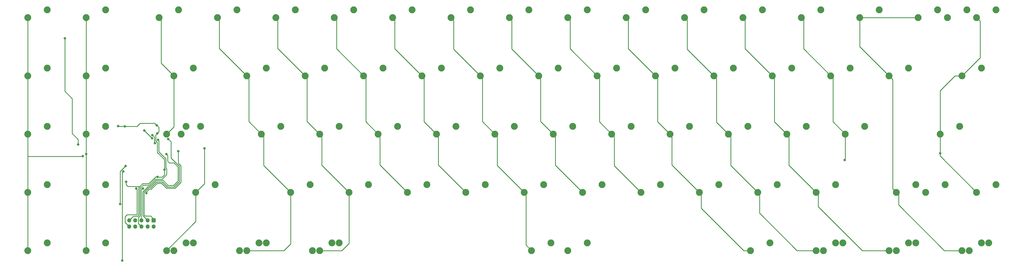
<source format=gbr>
%TF.GenerationSoftware,KiCad,Pcbnew,(6.0.7)*%
%TF.CreationDate,2022-08-26T18:50:00-04:00*%
%TF.ProjectId,thocc-master,74686f63-632d-46d6-9173-7465722e6b69,rev?*%
%TF.SameCoordinates,Original*%
%TF.FileFunction,Copper,L1,Top*%
%TF.FilePolarity,Positive*%
%FSLAX46Y46*%
G04 Gerber Fmt 4.6, Leading zero omitted, Abs format (unit mm)*
G04 Created by KiCad (PCBNEW (6.0.7)) date 2022-08-26 18:50:00*
%MOMM*%
%LPD*%
G01*
G04 APERTURE LIST*
%TA.AperFunction,ComponentPad*%
%ADD10C,2.250000*%
%TD*%
%TA.AperFunction,ComponentPad*%
%ADD11R,1.350000X1.350000*%
%TD*%
%TA.AperFunction,ComponentPad*%
%ADD12O,1.350000X1.350000*%
%TD*%
%TA.AperFunction,ViaPad*%
%ADD13C,0.800000*%
%TD*%
%TA.AperFunction,Conductor*%
%ADD14C,0.250000*%
%TD*%
G04 APERTURE END LIST*
D10*
%TO.P,MX53,1,COL*%
%TO.N,Col2*%
X244264500Y-136787000D03*
%TO.P,MX53,2,ROW*%
%TO.N,Net-(D53-Pad2)*%
X250614500Y-134247000D03*
%TD*%
%TO.P,MX76,1,COL*%
%TO.N,Col7*%
X365708250Y-155837000D03*
%TO.P,MX76,2,ROW*%
%TO.N,Net-(D75-Pad2)*%
X372058250Y-153297000D03*
%TD*%
%TO.P,MX75,1,COL*%
%TO.N,Col7*%
X353802000Y-155837000D03*
%TO.P,MX75,2,ROW*%
%TO.N,Net-(D75-Pad2)*%
X360152000Y-153297000D03*
%TD*%
%TO.P,MX50,1,COL*%
%TO.N,Col15*%
X487152000Y-117737000D03*
%TO.P,MX50,2,ROW*%
%TO.N,Net-(D50-Pad2)*%
X493502000Y-115197000D03*
%TD*%
%TO.P,MX17,1,COL*%
%TO.N,Col15*%
X489533250Y-79637000D03*
%TO.P,MX17,2,ROW*%
%TO.N,Net-(D16-Pad2)*%
X495883250Y-77097000D03*
%TD*%
%TO.P,MX65,1,COL*%
%TO.N,Col14*%
X482389500Y-136787000D03*
%TO.P,MX65,2,ROW*%
%TO.N,Net-(D64-Pad2)*%
X488739500Y-134247000D03*
%TD*%
%TO.P,MX30,1,COL*%
%TO.N,Col11*%
X413333250Y-98687000D03*
%TO.P,MX30,2,ROW*%
%TO.N,Net-(D30-Pad2)*%
X419683250Y-96147000D03*
%TD*%
%TO.P,MX42,1,COL*%
%TO.N,Col6*%
X322845750Y-117737000D03*
%TO.P,MX42,2,ROW*%
%TO.N,Net-(D42-Pad2)*%
X329195750Y-115197000D03*
%TD*%
%TO.P,MX44,1,COL*%
%TO.N,Col8*%
X360945750Y-117737000D03*
%TO.P,MX44,2,ROW*%
%TO.N,Net-(D44-Pad2)*%
X367295750Y-115197000D03*
%TD*%
%TO.P,MX78,1,COL*%
%TO.N,Col11*%
X446670750Y-155837000D03*
%TO.P,MX78,2,ROW*%
%TO.N,Net-(D78-Pad2)*%
X453020750Y-153297000D03*
%TD*%
%TO.P,MX70,1,COL*%
%TO.N,Col2*%
X237120750Y-155837000D03*
%TO.P,MX70,2,ROW*%
%TO.N,Net-(D69-Pad2)*%
X243470750Y-153297000D03*
%TD*%
%TO.P,MX41,1,COL*%
%TO.N,Col5*%
X303795750Y-117737000D03*
%TO.P,MX41,2,ROW*%
%TO.N,Net-(D41-Pad2)*%
X310145750Y-115197000D03*
%TD*%
%TO.P,MX34,1,COL*%
%TO.N,Col15*%
X494295750Y-98687000D03*
%TO.P,MX34,2,ROW*%
%TO.N,Net-(D34-Pad2)*%
X500645750Y-96147000D03*
%TD*%
%TO.P,MX11,1,COL*%
%TO.N,Col10*%
X384758250Y-79637000D03*
%TO.P,MX11,2,ROW*%
%TO.N,Net-(D11-Pad2)*%
X391108250Y-77097000D03*
%TD*%
%TO.P,MX72,1,COL*%
%TO.N,Col3*%
X260933250Y-155837000D03*
%TO.P,MX72,2,ROW*%
%TO.N,Net-(D71-Pad2)*%
X267283250Y-153297000D03*
%TD*%
%TO.P,MX43,1,COL*%
%TO.N,Col7*%
X341895750Y-117737000D03*
%TO.P,MX43,2,ROW*%
%TO.N,Net-(D43-Pad2)*%
X348245750Y-115197000D03*
%TD*%
%TO.P,MX71,1,COL*%
%TO.N,Col3*%
X258552000Y-155837000D03*
%TO.P,MX71,2,ROW*%
%TO.N,Net-(D71-Pad2)*%
X264902000Y-153297000D03*
%TD*%
%TO.P,MX52,1,COL*%
%TO.N,Col1*%
X208545750Y-136787000D03*
%TO.P,MX52,2,ROW*%
%TO.N,Net-(D52-Pad2)*%
X214895750Y-134247000D03*
%TD*%
%TO.P,MX57,1,COL*%
%TO.N,Col6*%
X332370750Y-136787000D03*
%TO.P,MX57,2,ROW*%
%TO.N,Net-(D57-Pad2)*%
X338720750Y-134247000D03*
%TD*%
%TO.P,MX18,1,COL*%
%TO.N,Col15*%
X499058250Y-79637000D03*
%TO.P,MX18,2,ROW*%
%TO.N,Net-(D17-Pad2)*%
X505408250Y-77097000D03*
%TD*%
%TO.P,MX40,1,COL*%
%TO.N,Col4*%
X284745750Y-117737000D03*
%TO.P,MX40,2,ROW*%
%TO.N,Net-(D40-Pad2)*%
X291095750Y-115197000D03*
%TD*%
%TO.P,MX15,1,COL*%
%TO.N,Col14*%
X460958250Y-79637000D03*
%TO.P,MX15,2,ROW*%
%TO.N,Net-(D15-Pad2)*%
X467308250Y-77097000D03*
%TD*%
%TO.P,MX26,1,COL*%
%TO.N,Col7*%
X337133250Y-98687000D03*
%TO.P,MX26,2,ROW*%
%TO.N,Net-(D26-Pad2)*%
X343483250Y-96147000D03*
%TD*%
%TO.P,MX39,1,COL*%
%TO.N,Col3*%
X265695750Y-117737000D03*
%TO.P,MX39,2,ROW*%
%TO.N,Net-(D39-Pad2)*%
X272045750Y-115197000D03*
%TD*%
%TO.P,MX7,1,COL*%
%TO.N,Col6*%
X308558250Y-79637000D03*
%TO.P,MX7,2,ROW*%
%TO.N,Net-(D7-Pad2)*%
X314908250Y-77097000D03*
%TD*%
%TO.P,MX54,1,COL*%
%TO.N,Col3*%
X275220750Y-136787000D03*
%TO.P,MX54,2,ROW*%
%TO.N,Net-(D54-Pad2)*%
X281570750Y-134247000D03*
%TD*%
%TO.P,MX3,1,COL*%
%TO.N,Col2*%
X232358250Y-79637000D03*
%TO.P,MX3,2,ROW*%
%TO.N,Net-(D3-Pad2)*%
X238708250Y-77097000D03*
%TD*%
%TO.P,MX20,1,COL*%
%TO.N,Col1*%
X208545750Y-98687000D03*
%TO.P,MX20,2,ROW*%
%TO.N,Net-(D20-Pad2)*%
X214895750Y-96147000D03*
%TD*%
%TO.P,MX51,1,COL*%
%TO.N,Col0*%
X189495750Y-136787000D03*
%TO.P,MX51,2,ROW*%
%TO.N,Net-(D51-Pad2)*%
X195845750Y-134247000D03*
%TD*%
%TO.P,MX63,1,COL*%
%TO.N,Col12*%
X446670750Y-136787000D03*
%TO.P,MX63,2,ROW*%
%TO.N,Net-(D63-Pad2)*%
X453020750Y-134247000D03*
%TD*%
%TO.P,MX61,1,COL*%
%TO.N,Col10*%
X408570750Y-136787000D03*
%TO.P,MX61,2,ROW*%
%TO.N,Net-(D61-Pad2)*%
X414920750Y-134247000D03*
%TD*%
%TO.P,MX82,1,COL*%
%TO.N,Col14*%
X494295750Y-155837000D03*
%TO.P,MX82,2,ROW*%
%TO.N,Net-(D82-Pad2)*%
X500645750Y-153297000D03*
%TD*%
%TO.P,MX14,1,COL*%
%TO.N,Col13*%
X441908250Y-79637000D03*
%TO.P,MX14,2,ROW*%
%TO.N,Net-(D14-Pad2)*%
X448258250Y-77097000D03*
%TD*%
%TO.P,MX49,1,COL*%
%TO.N,Col13*%
X456195750Y-117737000D03*
%TO.P,MX49,2,ROW*%
%TO.N,Net-(D49-Pad2)*%
X462545750Y-115197000D03*
%TD*%
%TO.P,MX2,1,COL*%
%TO.N,Col1*%
X208545750Y-79637000D03*
%TO.P,MX2,2,ROW*%
%TO.N,Net-(D2-Pad2)*%
X214895750Y-77097000D03*
%TD*%
%TO.P,MX36,1,COL*%
%TO.N,Col1*%
X208545750Y-117737000D03*
%TO.P,MX36,2,ROW*%
%TO.N,Net-(D36-Pad2)*%
X214895750Y-115197000D03*
%TD*%
%TO.P,MX64,1,COL*%
%TO.N,Col14*%
X472864500Y-136787000D03*
%TO.P,MX64,2,ROW*%
%TO.N,Net-(D64-Pad2)*%
X479214500Y-134247000D03*
%TD*%
%TO.P,MX47,1,COL*%
%TO.N,Col11*%
X418095750Y-117737000D03*
%TO.P,MX47,2,ROW*%
%TO.N,Net-(D47-Pad2)*%
X424445750Y-115197000D03*
%TD*%
%TO.P,MX56,1,COL*%
%TO.N,Col5*%
X313320750Y-136787000D03*
%TO.P,MX56,2,ROW*%
%TO.N,Net-(D56-Pad2)*%
X319670750Y-134247000D03*
%TD*%
%TO.P,MX83,1,COL*%
%TO.N,Col14*%
X496677000Y-155837000D03*
%TO.P,MX83,2,ROW*%
%TO.N,Net-(D82-Pad2)*%
X503027000Y-153297000D03*
%TD*%
%TO.P,MX8,1,COL*%
%TO.N,Col7*%
X327608250Y-79637000D03*
%TO.P,MX8,2,ROW*%
%TO.N,Net-(D8-Pad2)*%
X333958250Y-77097000D03*
%TD*%
%TO.P,MX13,1,COL*%
%TO.N,Col12*%
X422858250Y-79637000D03*
%TO.P,MX13,2,ROW*%
%TO.N,Net-(D13-Pad2)*%
X429208250Y-77097000D03*
%TD*%
%TO.P,MX80,1,COL*%
%TO.N,Col12*%
X470483250Y-155837000D03*
%TO.P,MX80,2,ROW*%
%TO.N,Net-(D80-Pad2)*%
X476833250Y-153297000D03*
%TD*%
%TO.P,MX1,1,COL*%
%TO.N,Col0*%
X189495750Y-79637000D03*
%TO.P,MX1,2,ROW*%
%TO.N,Net-(D1-Pad2)*%
X195845750Y-77097000D03*
%TD*%
%TO.P,MX62,1,COL*%
%TO.N,Col11*%
X427620750Y-136787000D03*
%TO.P,MX62,2,ROW*%
%TO.N,Net-(D62-Pad2)*%
X433970750Y-134247000D03*
%TD*%
%TO.P,MX33,1,COL*%
%TO.N,Col14*%
X470483250Y-98687000D03*
%TO.P,MX33,2,ROW*%
%TO.N,Net-(D33-Pad2)*%
X476833250Y-96147000D03*
%TD*%
%TO.P,MX58,1,COL*%
%TO.N,Col7*%
X351420750Y-136787000D03*
%TO.P,MX58,2,ROW*%
%TO.N,Net-(D58-Pad2)*%
X357770750Y-134247000D03*
%TD*%
%TO.P,MX31,1,COL*%
%TO.N,Col12*%
X432383250Y-98687000D03*
%TO.P,MX31,2,ROW*%
%TO.N,Net-(D31-Pad2)*%
X438733250Y-96147000D03*
%TD*%
%TO.P,MX29,1,COL*%
%TO.N,Col10*%
X394283250Y-98687000D03*
%TO.P,MX29,2,ROW*%
%TO.N,Net-(D29-Pad2)*%
X400633250Y-96147000D03*
%TD*%
%TO.P,MX6,1,COL*%
%TO.N,Col5*%
X289508250Y-79637000D03*
%TO.P,MX6,2,ROW*%
%TO.N,Net-(D6-Pad2)*%
X295858250Y-77097000D03*
%TD*%
%TO.P,MX35,1,COL*%
%TO.N,Col0*%
X189495750Y-117737000D03*
%TO.P,MX35,2,ROW*%
%TO.N,Net-(D35-Pad2)*%
X195845750Y-115197000D03*
%TD*%
%TO.P,MX48,1,COL*%
%TO.N,Col12*%
X437145750Y-117737000D03*
%TO.P,MX48,2,ROW*%
%TO.N,Net-(D48-Pad2)*%
X443495750Y-115197000D03*
%TD*%
%TO.P,MX79,1,COL*%
%TO.N,Col11*%
X449052000Y-155837000D03*
%TO.P,MX79,2,ROW*%
%TO.N,Net-(D78-Pad2)*%
X455402000Y-153297000D03*
%TD*%
%TO.P,MX66,1,COL*%
%TO.N,Col15*%
X499058250Y-136787000D03*
%TO.P,MX66,2,ROW*%
%TO.N,Net-(D66-Pad2)*%
X505408250Y-134247000D03*
%TD*%
%TO.P,MX12,1,COL*%
%TO.N,Col11*%
X403808250Y-79637000D03*
%TO.P,MX12,2,ROW*%
%TO.N,Net-(D12-Pad2)*%
X410158250Y-77097000D03*
%TD*%
%TO.P,MX28,1,COL*%
%TO.N,Col9*%
X375233250Y-98687000D03*
%TO.P,MX28,2,ROW*%
%TO.N,Net-(D28-Pad2)*%
X381583250Y-96147000D03*
%TD*%
%TO.P,MX37,1,COL*%
%TO.N,Col2*%
X234739500Y-117737000D03*
%TO.P,MX37,2,ROW*%
%TO.N,Net-(D37-Pad2)*%
X241089500Y-115197000D03*
%TD*%
%TO.P,MX59,1,COL*%
%TO.N,Col8*%
X370470750Y-136787000D03*
%TO.P,MX59,2,ROW*%
%TO.N,Net-(D59-Pad2)*%
X376820750Y-134247000D03*
%TD*%
%TO.P,MX81,1,COL*%
%TO.N,Col12*%
X472864500Y-155837000D03*
%TO.P,MX81,2,ROW*%
%TO.N,Net-(D80-Pad2)*%
X479214500Y-153297000D03*
%TD*%
%TO.P,MX45,1,COL*%
%TO.N,Col9*%
X379995750Y-117737000D03*
%TO.P,MX45,2,ROW*%
%TO.N,Net-(D45-Pad2)*%
X386345750Y-115197000D03*
%TD*%
%TO.P,MX55,1,COL*%
%TO.N,Col4*%
X294270750Y-136787000D03*
%TO.P,MX55,2,ROW*%
%TO.N,Net-(D55-Pad2)*%
X300620750Y-134247000D03*
%TD*%
%TO.P,MX25,1,COL*%
%TO.N,Col6*%
X318083250Y-98687000D03*
%TO.P,MX25,2,ROW*%
%TO.N,Net-(D25-Pad2)*%
X324433250Y-96147000D03*
%TD*%
%TO.P,MX4,1,COL*%
%TO.N,Col3*%
X251408250Y-79637000D03*
%TO.P,MX4,2,ROW*%
%TO.N,Net-(D4-Pad2)*%
X257758250Y-77097000D03*
%TD*%
%TO.P,MX69,1,COL*%
%TO.N,Col2*%
X234739500Y-155837000D03*
%TO.P,MX69,2,ROW*%
%TO.N,Net-(D69-Pad2)*%
X241089500Y-153297000D03*
%TD*%
%TO.P,MX32,1,COL*%
%TO.N,Col13*%
X451433250Y-98687000D03*
%TO.P,MX32,2,ROW*%
%TO.N,Net-(D32-Pad2)*%
X457783250Y-96147000D03*
%TD*%
%TO.P,MX9,1,COL*%
%TO.N,Col8*%
X346658250Y-79637000D03*
%TO.P,MX9,2,ROW*%
%TO.N,Net-(D9-Pad2)*%
X353008250Y-77097000D03*
%TD*%
%TO.P,MX73,1,COL*%
%TO.N,Col4*%
X282364500Y-155837000D03*
%TO.P,MX73,2,ROW*%
%TO.N,Net-(D73-Pad2)*%
X288714500Y-153297000D03*
%TD*%
%TO.P,MX27,1,COL*%
%TO.N,Col8*%
X356183250Y-98687000D03*
%TO.P,MX27,2,ROW*%
%TO.N,Net-(D27-Pad2)*%
X362533250Y-96147000D03*
%TD*%
%TO.P,MX74,1,COL*%
%TO.N,Col4*%
X284745750Y-155837000D03*
%TO.P,MX74,2,ROW*%
%TO.N,Net-(D73-Pad2)*%
X291095750Y-153297000D03*
%TD*%
%TO.P,MX46,1,COL*%
%TO.N,Col10*%
X399045750Y-117737000D03*
%TO.P,MX46,2,ROW*%
%TO.N,Net-(D46-Pad2)*%
X405395750Y-115197000D03*
%TD*%
%TO.P,MX19,1,COL*%
%TO.N,Col0*%
X189495750Y-98687000D03*
%TO.P,MX19,2,ROW*%
%TO.N,Net-(D19-Pad2)*%
X195845750Y-96147000D03*
%TD*%
%TO.P,MX24,1,COL*%
%TO.N,Col5*%
X299033250Y-98687000D03*
%TO.P,MX24,2,ROW*%
%TO.N,Net-(D24-Pad2)*%
X305383250Y-96147000D03*
%TD*%
%TO.P,MX23,1,COL*%
%TO.N,Col4*%
X279983250Y-98687000D03*
%TO.P,MX23,2,ROW*%
%TO.N,Net-(D23-Pad2)*%
X286333250Y-96147000D03*
%TD*%
%TO.P,MX77,1,COL*%
%TO.N,Col10*%
X425239500Y-155837000D03*
%TO.P,MX77,2,ROW*%
%TO.N,Net-(D77-Pad2)*%
X431589500Y-153297000D03*
%TD*%
%TO.P,MX10,1,COL*%
%TO.N,Col9*%
X365708250Y-79637000D03*
%TO.P,MX10,2,ROW*%
%TO.N,Net-(D10-Pad2)*%
X372058250Y-77097000D03*
%TD*%
%TO.P,MX5,1,COL*%
%TO.N,Col4*%
X270458250Y-79637000D03*
%TO.P,MX5,2,ROW*%
%TO.N,Net-(D5-Pad2)*%
X276808250Y-77097000D03*
%TD*%
%TO.P,MX21,1,COL*%
%TO.N,Col2*%
X237120750Y-98687000D03*
%TO.P,MX21,2,ROW*%
%TO.N,Net-(D21-Pad2)*%
X243470750Y-96147000D03*
%TD*%
%TO.P,MX67,1,COL*%
%TO.N,Col0*%
X189495750Y-155837000D03*
%TO.P,MX67,2,ROW*%
%TO.N,Net-(D67-Pad2)*%
X195845750Y-153297000D03*
%TD*%
%TO.P,MX38,1,COL*%
%TO.N,Col2*%
X239502000Y-117737000D03*
%TO.P,MX38,2,ROW*%
%TO.N,Net-(D37-Pad2)*%
X245852000Y-115197000D03*
%TD*%
%TO.P,MX60,1,COL*%
%TO.N,Col9*%
X389520750Y-136787000D03*
%TO.P,MX60,2,ROW*%
%TO.N,Net-(D60-Pad2)*%
X395870750Y-134247000D03*
%TD*%
%TO.P,MX68,1,COL*%
%TO.N,Col1*%
X208545750Y-155837000D03*
%TO.P,MX68,2,ROW*%
%TO.N,Net-(D68-Pad2)*%
X214895750Y-153297000D03*
%TD*%
%TO.P,MX22,1,COL*%
%TO.N,Col3*%
X260933250Y-98687000D03*
%TO.P,MX22,2,ROW*%
%TO.N,Net-(D22-Pad2)*%
X267283250Y-96147000D03*
%TD*%
%TO.P,MX16,1,COL*%
%TO.N,Col14*%
X480008250Y-79637000D03*
%TO.P,MX16,2,ROW*%
%TO.N,Net-(D16-Pad2)*%
X486358250Y-77097000D03*
%TD*%
D11*
%TO.P,J2,1,Pin_1*%
%TO.N,Net-(J2-Pad1)*%
X230550000Y-145950000D03*
D12*
%TO.P,J2,2,Pin_2*%
%TO.N,GND*%
X230550000Y-147950000D03*
%TO.P,J2,3,Pin_3*%
%TO.N,Net-(J2-Pad3)*%
X228550000Y-145950000D03*
%TO.P,J2,4,Pin_4*%
%TO.N,+3.3V*%
X228550000Y-147950000D03*
%TO.P,J2,5,Pin_5*%
%TO.N,Net-(J2-Pad5)*%
X226550000Y-145950000D03*
%TO.P,J2,6,Pin_6*%
%TO.N,Net-(J2-Pad6)*%
X226550000Y-147950000D03*
%TO.P,J2,7,Pin_7*%
%TO.N,GND*%
X224550000Y-145950000D03*
%TO.P,J2,8,Pin_8*%
%TO.N,unconnected-(J2-Pad8)*%
X224550000Y-147950000D03*
%TO.P,J2,9,Pin_9*%
%TO.N,+3.3V*%
X222550000Y-145950000D03*
%TO.P,J2,10,Pin_10*%
%TO.N,GND*%
X222550000Y-147950000D03*
%TD*%
D13*
%TO.N,+3.3V*%
X231800000Y-131775000D03*
X234075000Y-129325000D03*
X218950000Y-115100000D03*
X231750000Y-117550000D03*
X221100000Y-115250000D03*
X231575000Y-114875000D03*
X221550000Y-133300000D03*
%TO.N,GND*%
X224875500Y-135574500D03*
%TO.N,Row0*%
X205915373Y-121149704D03*
X201550000Y-86450000D03*
%TO.N,Row2*%
X228148649Y-137098647D03*
X238562500Y-123325500D03*
%TO.N,Row3*%
X219575500Y-140650000D03*
X221400000Y-128150000D03*
%TO.N,Row4*%
X220637299Y-129937299D03*
X220300000Y-159048286D03*
%TO.N,Col0*%
X207400000Y-125000000D03*
%TO.N,Col1*%
X208545750Y-124279750D03*
%TO.N,Col2*%
X247141999Y-122424500D03*
X230156049Y-118106049D03*
X230950000Y-120700000D03*
%TO.N,Col13*%
X456000000Y-126200000D03*
%TO.N,Col15*%
X487152000Y-124048000D03*
%TO.N,Net-(J2-Pad1)*%
X230050000Y-119150000D03*
X235321618Y-119360283D03*
X227500000Y-116600000D03*
%TO.N,Net-(J2-Pad3)*%
X234700500Y-124275500D03*
%TO.N,Net-(J2-Pad5)*%
X227030498Y-135530498D03*
%TO.N,Net-(J2-Pad6)*%
X231950000Y-119650000D03*
%TD*%
D14*
%TO.N,Net-(J2-Pad1)*%
X230550000Y-145500000D02*
X230550000Y-145950000D01*
X229581802Y-144531802D02*
X230550000Y-145500000D01*
X227768198Y-144531802D02*
X229581802Y-144531802D01*
X227400000Y-136822697D02*
X227400000Y-144163604D01*
X228905403Y-135317294D02*
X227400000Y-136822697D01*
X229582706Y-135317294D02*
X228905403Y-135317294D01*
X231500000Y-133400000D02*
X229582706Y-135317294D01*
X233450000Y-133400000D02*
X231500000Y-133400000D01*
X235050000Y-135000000D02*
X233450000Y-133400000D01*
X236180599Y-125530599D02*
X238950000Y-128300000D01*
X238950000Y-128300000D02*
X238950000Y-133313604D01*
X237263604Y-135000000D02*
X235050000Y-135000000D01*
X236180599Y-120219264D02*
X236180599Y-125530599D01*
X227400000Y-144163604D02*
X227768198Y-144531802D01*
X238950000Y-133313604D02*
X237263604Y-135000000D01*
X235321618Y-119360283D02*
X236180599Y-120219264D01*
%TO.N,Net-(J2-Pad3)*%
X226950000Y-144350000D02*
X228550000Y-145950000D01*
%TO.N,GND*%
X225150000Y-144100000D02*
X225150000Y-135849000D01*
X225150000Y-135849000D02*
X224875500Y-135574500D01*
X221200000Y-146600000D02*
X221200000Y-144800000D01*
X221900000Y-144100000D02*
X225150000Y-144100000D01*
X222550000Y-147950000D02*
X221200000Y-146600000D01*
X221200000Y-144800000D02*
X221900000Y-144100000D01*
%TO.N,+3.3V*%
X225300000Y-144600000D02*
X223900000Y-144600000D01*
X225600000Y-144300000D02*
X225300000Y-144600000D01*
X225600000Y-135300000D02*
X225600000Y-144300000D01*
X223900000Y-144600000D02*
X222550000Y-145950000D01*
X226050000Y-134850000D02*
X225600000Y-135300000D01*
%TO.N,Net-(J2-Pad6)*%
X225550000Y-146950000D02*
X226550000Y-147950000D01*
X225550000Y-145000000D02*
X225550000Y-146950000D01*
X226050000Y-144500000D02*
X225550000Y-145000000D01*
X226050000Y-135486396D02*
X226050000Y-144500000D01*
X227119102Y-134417294D02*
X226050000Y-135486396D01*
X229169102Y-134417294D02*
X227119102Y-134417294D01*
X231086396Y-132500000D02*
X229169102Y-134417294D01*
X234800000Y-131000000D02*
X233300000Y-132500000D01*
X233300000Y-132500000D02*
X231086396Y-132500000D01*
X234800000Y-129024695D02*
X234800000Y-131000000D01*
X234525000Y-128749695D02*
X234800000Y-129024695D01*
X234525000Y-125825000D02*
X234525000Y-128749695D01*
X232219499Y-123519499D02*
X234525000Y-125825000D01*
X232219499Y-119919499D02*
X232219499Y-123519499D01*
X231950000Y-119650000D02*
X232219499Y-119919499D01*
%TO.N,Net-(J2-Pad5)*%
X226500000Y-145900000D02*
X226550000Y-145950000D01*
X226500000Y-135672792D02*
X226500000Y-145900000D01*
X226642294Y-135530498D02*
X226500000Y-135672792D01*
X227030498Y-135530498D02*
X226642294Y-135530498D01*
%TO.N,Net-(J2-Pad3)*%
X226950000Y-136636301D02*
X226950000Y-144350000D01*
X228719007Y-134867294D02*
X226950000Y-136636301D01*
X229355498Y-134867294D02*
X228719007Y-134867294D01*
X231272792Y-132950000D02*
X229355498Y-134867294D01*
X235236396Y-134550000D02*
X233636396Y-132950000D01*
X237050000Y-134550000D02*
X235236396Y-134550000D01*
X237213604Y-127200000D02*
X238500000Y-128486396D01*
X233636396Y-132950000D02*
X231272792Y-132950000D01*
X235700000Y-127200000D02*
X237213604Y-127200000D01*
X235150000Y-126650000D02*
X235700000Y-127200000D01*
X235150000Y-124725000D02*
X235150000Y-126650000D01*
X238500000Y-128486396D02*
X238500000Y-133100000D01*
X238500000Y-133100000D02*
X237050000Y-134550000D01*
X234700500Y-124275500D02*
X235150000Y-124725000D01*
%TO.N,Row2*%
X238562500Y-127262500D02*
X238562500Y-123325500D01*
X239400000Y-128100000D02*
X238562500Y-127262500D01*
X239400000Y-133500000D02*
X239400000Y-128100000D01*
X237450000Y-135450000D02*
X239400000Y-133500000D01*
X231686396Y-133850000D02*
X233200000Y-133850000D01*
X229731850Y-135804546D02*
X231686396Y-133850000D01*
X229054547Y-135804546D02*
X229731850Y-135804546D01*
X228148649Y-136710444D02*
X229054547Y-135804546D01*
X234800000Y-135450000D02*
X237450000Y-135450000D01*
X228148649Y-137098647D02*
X228148649Y-136710444D01*
X233200000Y-133850000D02*
X234800000Y-135450000D01*
%TO.N,+3.3V*%
X234075000Y-129325000D02*
X234075000Y-131088604D01*
X231225000Y-119949695D02*
X231750000Y-120474695D01*
X231750000Y-123750000D02*
X234075000Y-126075000D01*
X232200000Y-115500000D02*
X231575000Y-114875000D01*
X234075000Y-126075000D02*
X234075000Y-127000000D01*
X231750000Y-120474695D02*
X231750000Y-123750000D01*
X233369302Y-131794302D02*
X231819302Y-131794302D01*
X232200000Y-117100000D02*
X232200000Y-115500000D01*
X231750000Y-117550000D02*
X232200000Y-117100000D01*
X226932706Y-133967294D02*
X226050000Y-134850000D01*
X231750000Y-117550000D02*
X231225000Y-118075000D01*
X226160000Y-114200000D02*
X229200000Y-114200000D01*
X219850000Y-115250000D02*
X219100000Y-115250000D01*
X221550000Y-134250000D02*
X222150000Y-134850000D01*
X221550000Y-133300000D02*
X221550000Y-134250000D01*
X225110000Y-115250000D02*
X226160000Y-114200000D01*
X228982706Y-133967294D02*
X226932706Y-133967294D01*
X222150000Y-134850000D02*
X226050000Y-134850000D01*
X221100000Y-115250000D02*
X225110000Y-115250000D01*
X219100000Y-115250000D02*
X218950000Y-115100000D01*
X234075000Y-131088604D02*
X233369302Y-131794302D01*
X231575000Y-114875000D02*
X230900000Y-114200000D01*
X231225000Y-118075000D02*
X231225000Y-119949695D01*
X221100000Y-115250000D02*
X219850000Y-115250000D01*
X231800000Y-131775000D02*
X231175000Y-131775000D01*
X230900000Y-114200000D02*
X229200000Y-114200000D01*
X231819302Y-131794302D02*
X231800000Y-131775000D01*
X231175000Y-131775000D02*
X228982706Y-133967294D01*
X234075000Y-127000000D02*
X234075000Y-129325000D01*
%TO.N,Row0*%
X203925000Y-117525000D02*
X205850000Y-119450000D01*
X201550000Y-103750000D02*
X203925000Y-106125000D01*
X205915373Y-119515373D02*
X205915373Y-121149704D01*
X205850000Y-119450000D02*
X205915373Y-119515373D01*
X203925000Y-106125000D02*
X203925000Y-117525000D01*
X201550000Y-86450000D02*
X201550000Y-103750000D01*
%TO.N,Row3*%
X221400000Y-128150000D02*
X219575500Y-129974500D01*
X219575500Y-140650000D02*
X219575500Y-131124500D01*
X219575500Y-129974500D02*
X219575500Y-131124500D01*
%TO.N,Row4*%
X220300000Y-131463586D02*
X220300000Y-130274598D01*
X220300000Y-131463586D02*
X220300000Y-159048286D01*
X220300000Y-130274598D02*
X220637299Y-129937299D01*
%TO.N,Col0*%
X189495750Y-117737000D02*
X189495750Y-125004250D01*
X189495750Y-136787000D02*
X189495750Y-155837000D01*
X189495750Y-125004250D02*
X207395750Y-125004250D01*
X189495750Y-79637000D02*
X189495750Y-98687000D01*
X189495750Y-98687000D02*
X189495750Y-117737000D01*
X207395750Y-125004250D02*
X207400000Y-125000000D01*
X189495750Y-125004250D02*
X189495750Y-136787000D01*
%TO.N,Col1*%
X208545750Y-136787000D02*
X208545750Y-155837000D01*
X208545750Y-98687000D02*
X208545750Y-117737000D01*
X208545750Y-117737000D02*
X208545750Y-136787000D01*
X208545750Y-79637000D02*
X208545750Y-98687000D01*
%TO.N,Col2*%
X233000000Y-94566250D02*
X237120750Y-98687000D01*
X237120750Y-115355750D02*
X234739500Y-117737000D01*
X237120750Y-98687000D02*
X237120750Y-115355750D01*
X230950000Y-120700000D02*
X230775000Y-120525000D01*
X247141999Y-122424500D02*
X247141999Y-133909501D01*
X230775000Y-119000000D02*
X230775000Y-118725000D01*
X244264500Y-146312000D02*
X234739500Y-155837000D01*
X230775000Y-120525000D02*
X230775000Y-119000000D01*
X244264500Y-136787000D02*
X244264500Y-146312000D01*
X230775000Y-118725000D02*
X230156049Y-118106049D01*
X233000000Y-80278750D02*
X233000000Y-94566250D01*
X232358250Y-79637000D02*
X233000000Y-80278750D01*
X247141999Y-133909501D02*
X244264500Y-136787000D01*
%TO.N,Col3*%
X266400000Y-127966250D02*
X275220750Y-136787000D01*
X265695750Y-117737000D02*
X266400000Y-118441250D01*
X261600000Y-99353750D02*
X261600000Y-113641250D01*
X275220750Y-136787000D02*
X275220750Y-153679250D01*
X252000000Y-89753750D02*
X260933250Y-98687000D01*
X275220750Y-153679250D02*
X273063000Y-155837000D01*
X252000000Y-80228750D02*
X252000000Y-89753750D01*
X266400000Y-118441250D02*
X266400000Y-127966250D01*
X260933250Y-98687000D02*
X261600000Y-99353750D01*
X261600000Y-113641250D02*
X265695750Y-117737000D01*
X251408250Y-79637000D02*
X252000000Y-80228750D01*
X273063000Y-155837000D02*
X260933250Y-155837000D01*
%TO.N,Col4*%
X271000000Y-80178750D02*
X271000000Y-89703750D01*
X280600000Y-99303750D02*
X280600000Y-113591250D01*
X285400000Y-118391250D02*
X285400000Y-127916250D01*
X284745750Y-117737000D02*
X285400000Y-118391250D01*
X270458250Y-79637000D02*
X271000000Y-80178750D01*
X294270750Y-136787000D02*
X294270750Y-153529250D01*
X291963000Y-155837000D02*
X284745750Y-155837000D01*
X294270750Y-153529250D02*
X291963000Y-155837000D01*
X279983250Y-98687000D02*
X280600000Y-99303750D01*
X280600000Y-113591250D02*
X284745750Y-117737000D01*
X271000000Y-89703750D02*
X279983250Y-98687000D01*
X285400000Y-127916250D02*
X294270750Y-136787000D01*
%TO.N,Col5*%
X289508250Y-79637000D02*
X290200000Y-80328750D01*
X299800000Y-99453750D02*
X299800000Y-113741250D01*
X304400000Y-118341250D02*
X304400000Y-127866250D01*
X299800000Y-113741250D02*
X303795750Y-117737000D01*
X304400000Y-127866250D02*
X313320750Y-136787000D01*
X290200000Y-80328750D02*
X290200000Y-89853750D01*
X303795750Y-117737000D02*
X304400000Y-118341250D01*
X299033250Y-98687000D02*
X299800000Y-99453750D01*
X290200000Y-89853750D02*
X299033250Y-98687000D01*
%TO.N,Col6*%
X323400000Y-118291250D02*
X323400000Y-127816250D01*
X309200000Y-89803750D02*
X318083250Y-98687000D01*
X318800000Y-113691250D02*
X322845750Y-117737000D01*
X318083250Y-98687000D02*
X318800000Y-99403750D01*
X322845750Y-117737000D02*
X323400000Y-118291250D01*
X308558250Y-79637000D02*
X309200000Y-80278750D01*
X318800000Y-99403750D02*
X318800000Y-113691250D01*
X309200000Y-80278750D02*
X309200000Y-89803750D01*
X323400000Y-127816250D02*
X332370750Y-136787000D01*
%TO.N,Col7*%
X328400000Y-80428750D02*
X328400000Y-89953750D01*
X341895750Y-117737000D02*
X342600000Y-118441250D01*
X342600000Y-118441250D02*
X342600000Y-127966250D01*
X352000000Y-154035000D02*
X353802000Y-155837000D01*
X328400000Y-89953750D02*
X337133250Y-98687000D01*
X352000000Y-137366250D02*
X352000000Y-154035000D01*
X342600000Y-127966250D02*
X351420750Y-136787000D01*
X337800000Y-113641250D02*
X341895750Y-117737000D01*
X337800000Y-99353750D02*
X337800000Y-113641250D01*
X327608250Y-79637000D02*
X328400000Y-80428750D01*
X351420750Y-136787000D02*
X352000000Y-137366250D01*
X337133250Y-98687000D02*
X337800000Y-99353750D01*
%TO.N,Col8*%
X346658250Y-79637000D02*
X347400000Y-80378750D01*
X360945750Y-117737000D02*
X361600000Y-118391250D01*
X347400000Y-80378750D02*
X347400000Y-89903750D01*
X356183250Y-98687000D02*
X356800000Y-99303750D01*
X361600000Y-118391250D02*
X361600000Y-127916250D01*
X361600000Y-127916250D02*
X370470750Y-136787000D01*
X347400000Y-89903750D02*
X356183250Y-98687000D01*
X356800000Y-99303750D02*
X356800000Y-113591250D01*
X356800000Y-113591250D02*
X360945750Y-117737000D01*
%TO.N,Col9*%
X376000000Y-99453750D02*
X376000000Y-113741250D01*
X366400000Y-80328750D02*
X366400000Y-89853750D01*
X379995750Y-117737000D02*
X380800000Y-118541250D01*
X380800000Y-128066250D02*
X389520750Y-136787000D01*
X365708250Y-79637000D02*
X366400000Y-80328750D01*
X375233250Y-98687000D02*
X376000000Y-99453750D01*
X366400000Y-89853750D02*
X375233250Y-98687000D01*
X380800000Y-118541250D02*
X380800000Y-128066250D01*
X376000000Y-113741250D02*
X379995750Y-117737000D01*
%TO.N,Col10*%
X384758250Y-79637000D02*
X385400000Y-80278750D01*
X408570750Y-136787000D02*
X409200000Y-137416250D01*
X399600000Y-127816250D02*
X408570750Y-136787000D01*
X399600000Y-118291250D02*
X399600000Y-127816250D01*
X395000000Y-113691250D02*
X399045750Y-117737000D01*
X409200000Y-137416250D02*
X409200000Y-142000000D01*
X409200000Y-142000000D02*
X423037000Y-155837000D01*
X385400000Y-89803750D02*
X394283250Y-98687000D01*
X395000000Y-99403750D02*
X395000000Y-113691250D01*
X385400000Y-80278750D02*
X385400000Y-89803750D01*
X394283250Y-98687000D02*
X395000000Y-99403750D01*
X423037000Y-155837000D02*
X425239500Y-155837000D01*
X399045750Y-117737000D02*
X399600000Y-118291250D01*
%TO.N,Col11*%
X414200000Y-113841250D02*
X418095750Y-117737000D01*
X428200000Y-143600000D02*
X440437000Y-155837000D01*
X403808250Y-79637000D02*
X404600000Y-80428750D01*
X427620750Y-136787000D02*
X428200000Y-137366250D01*
X413333250Y-98687000D02*
X414200000Y-99553750D01*
X414200000Y-99553750D02*
X414200000Y-113841250D01*
X440437000Y-155837000D02*
X446670750Y-155837000D01*
X404600000Y-89953750D02*
X413333250Y-98687000D01*
X418800000Y-118441250D02*
X418800000Y-127966250D01*
X418800000Y-127966250D02*
X427620750Y-136787000D01*
X418095750Y-117737000D02*
X418800000Y-118441250D01*
X428200000Y-137366250D02*
X428200000Y-143600000D01*
X404600000Y-80428750D02*
X404600000Y-89953750D01*
%TO.N,Col12*%
X423500000Y-89803750D02*
X432383250Y-98687000D01*
X437800000Y-118391250D02*
X437800000Y-127916250D01*
X433100000Y-99403750D02*
X433100000Y-113691250D01*
X432383250Y-98687000D02*
X433100000Y-99403750D01*
X433100000Y-113691250D02*
X437145750Y-117737000D01*
X446670750Y-136787000D02*
X447400000Y-137516250D01*
X447400000Y-141500000D02*
X461737000Y-155837000D01*
X437800000Y-127916250D02*
X446670750Y-136787000D01*
X437145750Y-117737000D02*
X437800000Y-118391250D01*
X447400000Y-137516250D02*
X447400000Y-141500000D01*
X423500000Y-80278750D02*
X423500000Y-89803750D01*
X422858250Y-79637000D02*
X423500000Y-80278750D01*
X461737000Y-155837000D02*
X470483250Y-155837000D01*
%TO.N,Col13*%
X442600000Y-80328750D02*
X442600000Y-89853750D01*
X441908250Y-79637000D02*
X442600000Y-80328750D01*
X452200000Y-99453750D02*
X452200000Y-113741250D01*
X452200000Y-113741250D02*
X456195750Y-117737000D01*
X456195750Y-126004250D02*
X456195750Y-117737000D01*
X451433250Y-98687000D02*
X452200000Y-99453750D01*
X456000000Y-126200000D02*
X456195750Y-126004250D01*
X442600000Y-89853750D02*
X451433250Y-98687000D01*
%TO.N,Col14*%
X488537000Y-155837000D02*
X494295750Y-155837000D01*
X470483250Y-98687000D02*
X471700000Y-99903750D01*
X460958250Y-79637000D02*
X480008250Y-79637000D01*
X471700000Y-135622500D02*
X472864500Y-136787000D01*
X460958250Y-89162000D02*
X470483250Y-98687000D01*
X471700000Y-99903750D02*
X471700000Y-135622500D01*
X473600000Y-140900000D02*
X488537000Y-155837000D01*
X472864500Y-136787000D02*
X473600000Y-137522500D01*
X473600000Y-137522500D02*
X473600000Y-140900000D01*
X460958250Y-79637000D02*
X460958250Y-89162000D01*
%TO.N,Col15*%
X499058250Y-136787000D02*
X487152000Y-124880750D01*
X487152000Y-103565214D02*
X487152000Y-117737000D01*
X500183250Y-92799500D02*
X494295750Y-98687000D01*
X487152000Y-124880750D02*
X487152000Y-124048000D01*
X499058250Y-79637000D02*
X500183250Y-80762000D01*
X492030214Y-98687000D02*
X487152000Y-103565214D01*
X494295750Y-98687000D02*
X492030214Y-98687000D01*
X500183250Y-80762000D02*
X500183250Y-92799500D01*
X487152000Y-124048000D02*
X487152000Y-117908099D01*
%TO.N,Net-(J2-Pad1)*%
X227500000Y-116600000D02*
X230050000Y-119150000D01*
%TD*%
M02*

</source>
